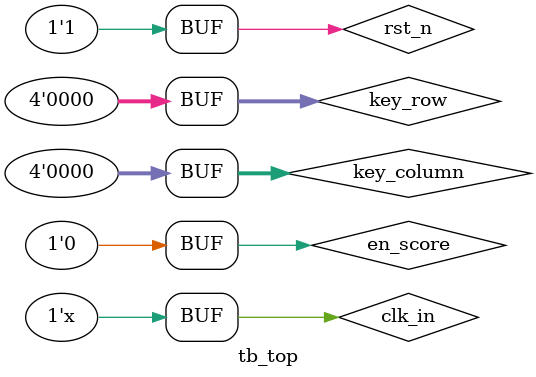
<source format=v>
module tb_top;
// Inputs
reg rst_n;
reg clk_in;
reg en_score;
wire clk_out;
reg [3:0]key_row;
reg [3:0]key_column;
wire [2:0] dis_shu; 
wire [6:0] dis_seg;
wire [15:0] score;

top_basketball uut (
.rst_n(rst_n), 
.clk_in(clk_in), 
.en_score(en_score), 
.clk_out(clk_out),
.key_row(key_row), 
.key_column(key_column),  
.dis_shu(dis_shu),
.dis_seg(dis_seg),
.score(score)
);

initial begin
// Initialize Inputs
rst_n = 0;
clk_in = 1;
//Ê¹ÄÜÐÅºÅ
en_score = 0;
//°´¼ü
key_row = 4'b0000;
key_column = 4'b0000;

#1280;
rst_n = 1;
en_score = 1;
//»Æ¶ÓµÃ·Ö
#1000;
key_row = 4'b1000;
key_column = 4'b0001; 
#720
key_row = 4'b0001;
key_column = 4'b0001; 
#2160;

key_row = 4'b1000;
key_column = 4'b0001; 
#720
key_row = 4'b0001;
key_column = 4'b0010; 

#2160;
key_row = 4'b1000;
key_column = 4'b0001; 
#720
key_row = 4'b0001;
key_column = 4'b0100; 

//ºì¶ÓµÃ·Ö
#2160;
key_row = 4'b1000;
key_column = 4'b0100; 
#720
key_row = 4'b0001;
key_column = 4'b0001; 

#2160;
key_row = 4'b1000;
key_column = 4'b0100; 
#720
key_row = 4'b0001;
key_column = 4'b0010; 

#2160;
key_row = 4'b1000; 
key_column = 4'b0100; 
#720
key_row = 4'b0001;
key_column = 4'b0100;  

#2160;
en_score = 0;
key_row = 4'b1000;
key_column = 4'b0100; 
#720
key_row = 4'b0001;
key_column = 4'b0010; 

#2160;
key_row = 4'b0000;
key_column = 4'b0000;

end
always #10 clk_in = ~clk_in;  
endmodule


</source>
